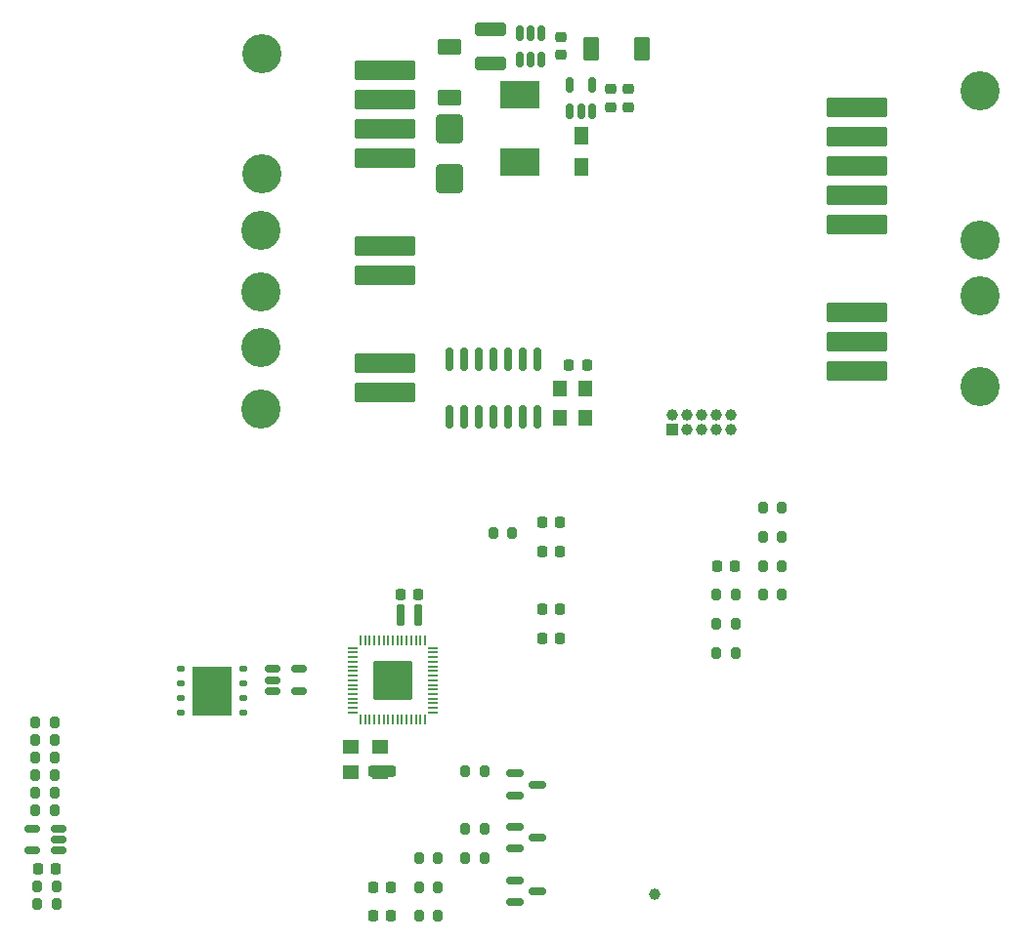
<source format=gbr>
%TF.GenerationSoftware,KiCad,Pcbnew,9.0.1-9.0.1-0~ubuntu24.04.1*%
%TF.CreationDate,2025-04-27T22:25:52-07:00*%
%TF.ProjectId,CAN-IO-expander,43414e2d-494f-42d6-9578-70616e646572,1*%
%TF.SameCoordinates,Original*%
%TF.FileFunction,Soldermask,Top*%
%TF.FilePolarity,Negative*%
%FSLAX46Y46*%
G04 Gerber Fmt 4.6, Leading zero omitted, Abs format (unit mm)*
G04 Created by KiCad (PCBNEW 9.0.1-9.0.1-0~ubuntu24.04.1) date 2025-04-27 22:25:52*
%MOMM*%
%LPD*%
G01*
G04 APERTURE LIST*
G04 Aperture macros list*
%AMRoundRect*
0 Rectangle with rounded corners*
0 $1 Rounding radius*
0 $2 $3 $4 $5 $6 $7 $8 $9 X,Y pos of 4 corners*
0 Add a 4 corners polygon primitive as box body*
4,1,4,$2,$3,$4,$5,$6,$7,$8,$9,$2,$3,0*
0 Add four circle primitives for the rounded corners*
1,1,$1+$1,$2,$3*
1,1,$1+$1,$4,$5*
1,1,$1+$1,$6,$7*
1,1,$1+$1,$8,$9*
0 Add four rect primitives between the rounded corners*
20,1,$1+$1,$2,$3,$4,$5,0*
20,1,$1+$1,$4,$5,$6,$7,0*
20,1,$1+$1,$6,$7,$8,$9,0*
20,1,$1+$1,$8,$9,$2,$3,0*%
%AMFreePoly0*
4,1,18,-0.437500,0.050000,-0.433694,0.069134,-0.422855,0.085355,-0.406634,0.096194,-0.387500,0.100000,0.387500,0.100000,0.437500,0.050000,0.437500,-0.050000,0.433694,-0.069134,0.422855,-0.085355,0.406634,-0.096194,0.387500,-0.100000,-0.387500,-0.100000,-0.406634,-0.096194,-0.422855,-0.085355,-0.433694,-0.069134,-0.437500,-0.050000,-0.437500,0.050000,-0.437500,0.050000,$1*%
%AMFreePoly1*
4,1,18,-0.437500,0.050000,-0.433694,0.069134,-0.422855,0.085355,-0.406634,0.096194,-0.387500,0.100000,0.387500,0.100000,0.406634,0.096194,0.422855,0.085355,0.433694,0.069134,0.437500,0.050000,0.437500,-0.050000,0.387500,-0.100000,-0.387500,-0.100000,-0.406634,-0.096194,-0.422855,-0.085355,-0.433694,-0.069134,-0.437500,-0.050000,-0.437500,0.050000,-0.437500,0.050000,$1*%
%AMFreePoly2*
4,1,18,-0.100000,0.387500,-0.050000,0.437500,0.050000,0.437500,0.069134,0.433694,0.085355,0.422855,0.096194,0.406634,0.100000,0.387500,0.100000,-0.387500,0.096194,-0.406634,0.085355,-0.422855,0.069134,-0.433694,0.050000,-0.437500,-0.050000,-0.437500,-0.069134,-0.433694,-0.085355,-0.422855,-0.096194,-0.406634,-0.100000,-0.387500,-0.100000,0.387500,-0.100000,0.387500,$1*%
%AMFreePoly3*
4,1,18,-0.100000,0.387500,-0.096194,0.406634,-0.085355,0.422855,-0.069134,0.433694,-0.050000,0.437500,0.050000,0.437500,0.100000,0.387500,0.100000,-0.387500,0.096194,-0.406634,0.085355,-0.422855,0.069134,-0.433694,0.050000,-0.437500,-0.050000,-0.437500,-0.069134,-0.433694,-0.085355,-0.422855,-0.096194,-0.406634,-0.100000,-0.387500,-0.100000,0.387500,-0.100000,0.387500,$1*%
%AMFreePoly4*
4,1,18,-0.437500,0.050000,-0.433694,0.069134,-0.422855,0.085355,-0.406634,0.096194,-0.387500,0.100000,0.387500,0.100000,0.406634,0.096194,0.422855,0.085355,0.433694,0.069134,0.437500,0.050000,0.437500,-0.050000,0.433694,-0.069134,0.422855,-0.085355,0.406634,-0.096194,0.387500,-0.100000,-0.387500,-0.100000,-0.437500,-0.050000,-0.437500,0.050000,-0.437500,0.050000,$1*%
%AMFreePoly5*
4,1,18,-0.437500,0.050000,-0.387500,0.100000,0.387500,0.100000,0.406634,0.096194,0.422855,0.085355,0.433694,0.069134,0.437500,0.050000,0.437500,-0.050000,0.433694,-0.069134,0.422855,-0.085355,0.406634,-0.096194,0.387500,-0.100000,-0.387500,-0.100000,-0.406634,-0.096194,-0.422855,-0.085355,-0.433694,-0.069134,-0.437500,-0.050000,-0.437500,0.050000,-0.437500,0.050000,$1*%
%AMFreePoly6*
4,1,18,-0.100000,0.387500,-0.096194,0.406634,-0.085355,0.422855,-0.069134,0.433694,-0.050000,0.437500,0.050000,0.437500,0.069134,0.433694,0.085355,0.422855,0.096194,0.406634,0.100000,0.387500,0.100000,-0.387500,0.050000,-0.437500,-0.050000,-0.437500,-0.069134,-0.433694,-0.085355,-0.422855,-0.096194,-0.406634,-0.100000,-0.387500,-0.100000,0.387500,-0.100000,0.387500,$1*%
%AMFreePoly7*
4,1,18,-0.100000,0.387500,-0.096194,0.406634,-0.085355,0.422855,-0.069134,0.433694,-0.050000,0.437500,0.050000,0.437500,0.069134,0.433694,0.085355,0.422855,0.096194,0.406634,0.100000,0.387500,0.100000,-0.387500,0.096194,-0.406634,0.085355,-0.422855,0.069134,-0.433694,0.050000,-0.437500,-0.050000,-0.437500,-0.100000,-0.387500,-0.100000,0.387500,-0.100000,0.387500,$1*%
G04 Aperture macros list end*
%ADD10RoundRect,0.225000X-0.225000X-0.250000X0.225000X-0.250000X0.225000X0.250000X-0.225000X0.250000X0*%
%ADD11RoundRect,0.250000X0.900000X-1.000000X0.900000X1.000000X-0.900000X1.000000X-0.900000X-1.000000X0*%
%ADD12RoundRect,0.105000X-0.245000X-0.795000X0.245000X-0.795000X0.245000X0.795000X-0.245000X0.795000X0*%
%ADD13RoundRect,0.200000X0.200000X0.275000X-0.200000X0.275000X-0.200000X-0.275000X0.200000X-0.275000X0*%
%ADD14C,3.400000*%
%ADD15RoundRect,0.121324X2.543676X-0.703676X2.543676X0.703676X-2.543676X0.703676X-2.543676X-0.703676X0*%
%ADD16RoundRect,0.200000X-0.200000X-0.275000X0.200000X-0.275000X0.200000X0.275000X-0.200000X0.275000X0*%
%ADD17RoundRect,0.250000X-1.100000X0.325000X-1.100000X-0.325000X1.100000X-0.325000X1.100000X0.325000X0*%
%ADD18RoundRect,0.250000X-0.800000X0.450000X-0.800000X-0.450000X0.800000X-0.450000X0.800000X0.450000X0*%
%ADD19RoundRect,0.150000X-0.150000X0.512500X-0.150000X-0.512500X0.150000X-0.512500X0.150000X0.512500X0*%
%ADD20C,1.000000*%
%ADD21FreePoly0,0.000000*%
%ADD22RoundRect,0.050000X-0.387500X-0.050000X0.387500X-0.050000X0.387500X0.050000X-0.387500X0.050000X0*%
%ADD23FreePoly1,0.000000*%
%ADD24FreePoly2,0.000000*%
%ADD25RoundRect,0.050000X-0.050000X-0.387500X0.050000X-0.387500X0.050000X0.387500X-0.050000X0.387500X0*%
%ADD26FreePoly3,0.000000*%
%ADD27FreePoly4,0.000000*%
%ADD28FreePoly5,0.000000*%
%ADD29FreePoly6,0.000000*%
%ADD30FreePoly7,0.000000*%
%ADD31RoundRect,0.153000X1.547000X-1.547000X1.547000X1.547000X-1.547000X1.547000X-1.547000X-1.547000X0*%
%ADD32R,1.200000X1.500000*%
%ADD33RoundRect,0.225000X-0.250000X0.225000X-0.250000X-0.225000X0.250000X-0.225000X0.250000X0.225000X0*%
%ADD34R,1.200000X1.400000*%
%ADD35RoundRect,0.250000X0.450000X0.800000X-0.450000X0.800000X-0.450000X-0.800000X0.450000X-0.800000X0*%
%ADD36RoundRect,0.150000X0.150000X-0.825000X0.150000X0.825000X-0.150000X0.825000X-0.150000X-0.825000X0*%
%ADD37RoundRect,0.150000X-0.587500X-0.150000X0.587500X-0.150000X0.587500X0.150000X-0.587500X0.150000X0*%
%ADD38RoundRect,0.150000X0.512500X0.150000X-0.512500X0.150000X-0.512500X-0.150000X0.512500X-0.150000X0*%
%ADD39RoundRect,0.121324X-2.543676X0.703676X-2.543676X-0.703676X2.543676X-0.703676X2.543676X0.703676X0*%
%ADD40RoundRect,0.225000X0.225000X0.250000X-0.225000X0.250000X-0.225000X-0.250000X0.225000X-0.250000X0*%
%ADD41RoundRect,0.150000X-0.512500X-0.150000X0.512500X-0.150000X0.512500X0.150000X-0.512500X0.150000X0*%
%ADD42RoundRect,0.125000X-0.250000X-0.125000X0.250000X-0.125000X0.250000X0.125000X-0.250000X0.125000X0*%
%ADD43R,3.400000X4.300000*%
%ADD44R,3.429000X2.413000*%
%ADD45RoundRect,0.150000X0.150000X-0.512500X0.150000X0.512500X-0.150000X0.512500X-0.150000X-0.512500X0*%
%ADD46R,1.000000X1.000000*%
%ADD47R,1.400000X1.200000*%
G04 APERTURE END LIST*
D10*
%TO.C,C36*%
X241852000Y-160371000D03*
X243402000Y-160371000D03*
%TD*%
D11*
%TO.C,D1*%
X248412000Y-98924000D03*
X248412000Y-94624000D03*
%TD*%
D12*
%TO.C,L1*%
X244234000Y-136779000D03*
X245734000Y-136779000D03*
%TD*%
D10*
%TO.C,C1*%
X256462000Y-128729000D03*
X258012000Y-128729000D03*
%TD*%
%TO.C,C39*%
X241852000Y-162881000D03*
X243402000Y-162881000D03*
%TD*%
D13*
%TO.C,R19*%
X214234050Y-150664195D03*
X212584050Y-150664195D03*
%TD*%
D14*
%TO.C,J5*%
X294408000Y-116970000D03*
X294408000Y-109090000D03*
D15*
X283718000Y-110490000D03*
X283718000Y-113030000D03*
X283718000Y-115570000D03*
%TD*%
D10*
%TO.C,C3*%
X244221000Y-135001000D03*
X245771000Y-135001000D03*
%TD*%
D14*
%TO.C,J6*%
X294410000Y-104270000D03*
X294410000Y-91310000D03*
D15*
X283720000Y-92710000D03*
X283720000Y-95250000D03*
X283720000Y-97790000D03*
X283720000Y-100330000D03*
X283720000Y-102870000D03*
%TD*%
D16*
%TO.C,R5*%
X275599000Y-127489000D03*
X277249000Y-127489000D03*
%TD*%
%TO.C,R20*%
X245812000Y-160371000D03*
X247462000Y-160371000D03*
%TD*%
%TO.C,R21*%
X245812000Y-162881000D03*
X247462000Y-162881000D03*
%TD*%
%TO.C,R23*%
X212583978Y-147616000D03*
X214233978Y-147616000D03*
%TD*%
D17*
%TO.C,C38*%
X251968000Y-85950000D03*
X251968000Y-88900000D03*
%TD*%
D16*
%TO.C,R12*%
X212584050Y-152188195D03*
X214234050Y-152188195D03*
%TD*%
%TO.C,R4*%
X252236000Y-129637000D03*
X253886000Y-129637000D03*
%TD*%
D18*
%TO.C,D3*%
X248412000Y-87462000D03*
X248412000Y-91862000D03*
%TD*%
D10*
%TO.C,C5*%
X256462000Y-138769000D03*
X258012000Y-138769000D03*
%TD*%
D19*
%TO.C,U9*%
X256408000Y-86287500D03*
X255458000Y-86287500D03*
X254508000Y-86287500D03*
X254508000Y-88562500D03*
X255458000Y-88562500D03*
X256408000Y-88562500D03*
%TD*%
D16*
%TO.C,R28*%
X249822000Y-157861000D03*
X251472000Y-157861000D03*
%TD*%
D20*
%TO.C,TP1*%
X266217000Y-160961000D03*
%TD*%
D21*
%TO.C,U1*%
X240099500Y-139631000D03*
D22*
X240099500Y-140031000D03*
X240099500Y-140431000D03*
X240099500Y-140831000D03*
X240099500Y-141231000D03*
X240099500Y-141631000D03*
X240099500Y-142031000D03*
X240099500Y-142431000D03*
X240099500Y-142831000D03*
X240099500Y-143231000D03*
X240099500Y-143631000D03*
X240099500Y-144031000D03*
X240099500Y-144431000D03*
X240099500Y-144831000D03*
D23*
X240099500Y-145231000D03*
D24*
X240737000Y-145868500D03*
D25*
X241137000Y-145868500D03*
X241537000Y-145868500D03*
X241937000Y-145868500D03*
X242337000Y-145868500D03*
X242737000Y-145868500D03*
X243137000Y-145868500D03*
X243537000Y-145868500D03*
X243937000Y-145868500D03*
X244337000Y-145868500D03*
X244737000Y-145868500D03*
X245137000Y-145868500D03*
X245537000Y-145868500D03*
X245937000Y-145868500D03*
D26*
X246337000Y-145868500D03*
D27*
X246974500Y-145231000D03*
D22*
X246974500Y-144831000D03*
X246974500Y-144431000D03*
X246974500Y-144031000D03*
X246974500Y-143631000D03*
X246974500Y-143231000D03*
X246974500Y-142831000D03*
X246974500Y-142431000D03*
X246974500Y-142031000D03*
X246974500Y-141631000D03*
X246974500Y-141231000D03*
X246974500Y-140831000D03*
X246974500Y-140431000D03*
X246974500Y-140031000D03*
D28*
X246974500Y-139631000D03*
D29*
X246337000Y-138993500D03*
D25*
X245937000Y-138993500D03*
X245537000Y-138993500D03*
X245137000Y-138993500D03*
X244737000Y-138993500D03*
X244337000Y-138993500D03*
X243937000Y-138993500D03*
X243537000Y-138993500D03*
X243137000Y-138993500D03*
X242737000Y-138993500D03*
X242337000Y-138993500D03*
X241937000Y-138993500D03*
X241537000Y-138993500D03*
X241137000Y-138993500D03*
D30*
X240737000Y-138993500D03*
D31*
X243537000Y-142431000D03*
%TD*%
D32*
%TO.C,L2*%
X259842000Y-97870000D03*
X259842000Y-95170000D03*
%TD*%
D33*
%TO.C,C24*%
X262382000Y-91173000D03*
X262382000Y-92723000D03*
%TD*%
D16*
%TO.C,R2*%
X271589000Y-137529000D03*
X273239000Y-137529000D03*
%TD*%
%TO.C,R17*%
X212584050Y-149140195D03*
X214234050Y-149140195D03*
%TD*%
D34*
%TO.C,U6*%
X260180000Y-119634000D03*
X260180000Y-117094000D03*
X257980000Y-117094000D03*
X257980000Y-119634000D03*
%TD*%
D35*
%TO.C,D4*%
X265090000Y-87630000D03*
X260690000Y-87630000D03*
%TD*%
D36*
%TO.C,U4*%
X248412000Y-119569000D03*
X249682000Y-119569000D03*
X250952000Y-119569000D03*
X252222000Y-119569000D03*
X253492000Y-119569000D03*
X254762000Y-119569000D03*
X256032000Y-119569000D03*
X256032000Y-114619000D03*
X254762000Y-114619000D03*
X253492000Y-114619000D03*
X252222000Y-114619000D03*
X250952000Y-114619000D03*
X249682000Y-114619000D03*
X248412000Y-114619000D03*
%TD*%
D37*
%TO.C,D7*%
X254159500Y-155151000D03*
X254159500Y-157051000D03*
X256034500Y-156101000D03*
%TD*%
D33*
%TO.C,C23*%
X263906000Y-91173000D03*
X263906000Y-92723000D03*
%TD*%
D38*
%TO.C,U11*%
X214553403Y-157177934D03*
X214553403Y-156227934D03*
X214553403Y-155277934D03*
X212278403Y-155277934D03*
X212278403Y-157177934D03*
%TD*%
D33*
%TO.C,C25*%
X258064000Y-86650000D03*
X258064000Y-88200000D03*
%TD*%
D14*
%TO.C,J4*%
X232182800Y-88109600D03*
X232182800Y-98529600D03*
D39*
X242872800Y-97129600D03*
X242872800Y-94589600D03*
X242872800Y-92049600D03*
X242872800Y-89509600D03*
%TD*%
D16*
%TO.C,R40*%
X275599000Y-129999000D03*
X277249000Y-129999000D03*
%TD*%
D10*
%TO.C,C2*%
X256462000Y-131239000D03*
X258012000Y-131239000D03*
%TD*%
D37*
%TO.C,D9*%
X254159500Y-159776000D03*
X254159500Y-161676000D03*
X256034500Y-160726000D03*
%TD*%
D40*
%TO.C,C32*%
X214340000Y-158792000D03*
X212790000Y-158792000D03*
%TD*%
D41*
%TO.C,U10*%
X233139500Y-141466000D03*
X233139500Y-142416000D03*
X233139500Y-143366000D03*
X235414500Y-143366000D03*
X235414500Y-141466000D03*
%TD*%
D42*
%TO.C,U2*%
X225152000Y-141461000D03*
X225152000Y-142731000D03*
X225152000Y-144001000D03*
X225152000Y-145271000D03*
X230552000Y-145271000D03*
X230552000Y-144001000D03*
X230552000Y-142731000D03*
X230552000Y-141461000D03*
D43*
X227852000Y-143366000D03*
%TD*%
D37*
%TO.C,D6*%
X254159500Y-150526000D03*
X254159500Y-152426000D03*
X256034500Y-151476000D03*
%TD*%
D16*
%TO.C,R18*%
X245812000Y-157861000D03*
X247462000Y-157861000D03*
%TD*%
%TO.C,R15*%
X212584050Y-153712195D03*
X214234050Y-153712195D03*
%TD*%
D13*
%TO.C,R26*%
X214390000Y-161840000D03*
X212740000Y-161840000D03*
%TD*%
D16*
%TO.C,R1*%
X271589000Y-135019000D03*
X273239000Y-135019000D03*
%TD*%
%TO.C,R25*%
X249822000Y-150331000D03*
X251472000Y-150331000D03*
%TD*%
%TO.C,R10*%
X212740000Y-160316000D03*
X214390000Y-160316000D03*
%TD*%
D44*
%TO.C,L3*%
X254508000Y-91616000D03*
X254508000Y-97458000D03*
%TD*%
D45*
%TO.C,U7*%
X258892000Y-93085500D03*
X259842000Y-93085500D03*
X260792000Y-93085500D03*
X260792000Y-90810500D03*
X258892000Y-90810500D03*
%TD*%
D16*
%TO.C,R3*%
X271589000Y-140039000D03*
X273239000Y-140039000D03*
%TD*%
%TO.C,R41*%
X275599000Y-132509000D03*
X277249000Y-132509000D03*
%TD*%
D10*
%TO.C,C16*%
X258813000Y-115062000D03*
X260363000Y-115062000D03*
%TD*%
D46*
%TO.C,J1*%
X267716000Y-120650000D03*
D20*
X267716000Y-119380000D03*
X268986000Y-120650000D03*
X268986000Y-119380000D03*
X270256000Y-120650000D03*
X270256000Y-119380000D03*
X271526000Y-120650000D03*
X271526000Y-119380000D03*
X272796000Y-120650000D03*
X272796000Y-119380000D03*
%TD*%
D14*
%TO.C,J3*%
X232134000Y-103400400D03*
X232134000Y-108740400D03*
D39*
X242824000Y-107340400D03*
X242824000Y-104800400D03*
%TD*%
D10*
%TO.C,C45*%
X271639000Y-132509000D03*
X273189000Y-132509000D03*
%TD*%
D16*
%TO.C,R27*%
X249822000Y-155351000D03*
X251472000Y-155351000D03*
%TD*%
D47*
%TO.C,U3*%
X239916000Y-150409000D03*
X242456000Y-150409000D03*
X242456000Y-148209000D03*
X239916000Y-148209000D03*
%TD*%
D16*
%TO.C,R22*%
X212583978Y-146092000D03*
X214233978Y-146092000D03*
%TD*%
%TO.C,R42*%
X275599000Y-135019000D03*
X277249000Y-135019000D03*
%TD*%
D14*
%TO.C,J2*%
X232134000Y-113560400D03*
X232134000Y-118900400D03*
D39*
X242824000Y-117500400D03*
X242824000Y-114960400D03*
%TD*%
D10*
%TO.C,C28*%
X241852000Y-150331000D03*
X243402000Y-150331000D03*
%TD*%
%TO.C,C4*%
X256462000Y-136259000D03*
X258012000Y-136259000D03*
%TD*%
M02*

</source>
